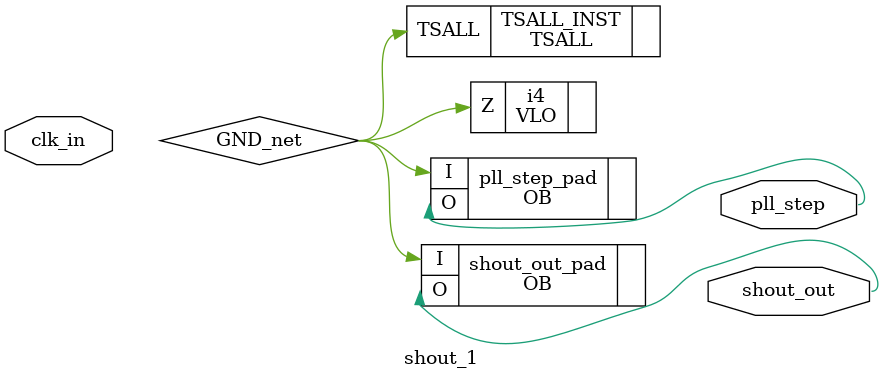
<source format=v>

module shout_1 (clk_in, pll_step, shout_out);   // /home/brane2/LATT_DEMO_PROJ/LOUD_BOX/SHOUT1.v(1[8:15])
    input clk_in;   // /home/brane2/LATT_DEMO_PROJ/LOUD_BOX/SHOUT1.v(2[7:13])
    output pll_step;   // /home/brane2/LATT_DEMO_PROJ/LOUD_BOX/SHOUT1.v(3[8:16])
    output shout_out;   // /home/brane2/LATT_DEMO_PROJ/LOUD_BOX/SHOUT1.v(3[18:27])
    
    
    wire GND_net, VCC_net;
    
    VHI i12 (.Z(VCC_net));
    OB pll_step_pad (.I(GND_net), .O(pll_step));   // /home/brane2/LATT_DEMO_PROJ/LOUD_BOX/SHOUT1.v(3[8:16])
    OB shout_out_pad (.I(GND_net), .O(shout_out));   // /home/brane2/LATT_DEMO_PROJ/LOUD_BOX/SHOUT1.v(3[18:27])
    GSR GSR_INST (.GSR(VCC_net));
    TSALL TSALL_INST (.TSALL(GND_net));
    PUR PUR_INST (.PUR(VCC_net));
    defparam PUR_INST.RST_PULSE = 1;
    VLO i4 (.Z(GND_net));
    
endmodule
//
// Verilog Description of module TSALL
// module not written out since it is a black-box. 
//

//
// Verilog Description of module PUR
// module not written out since it is a black-box. 
//


</source>
